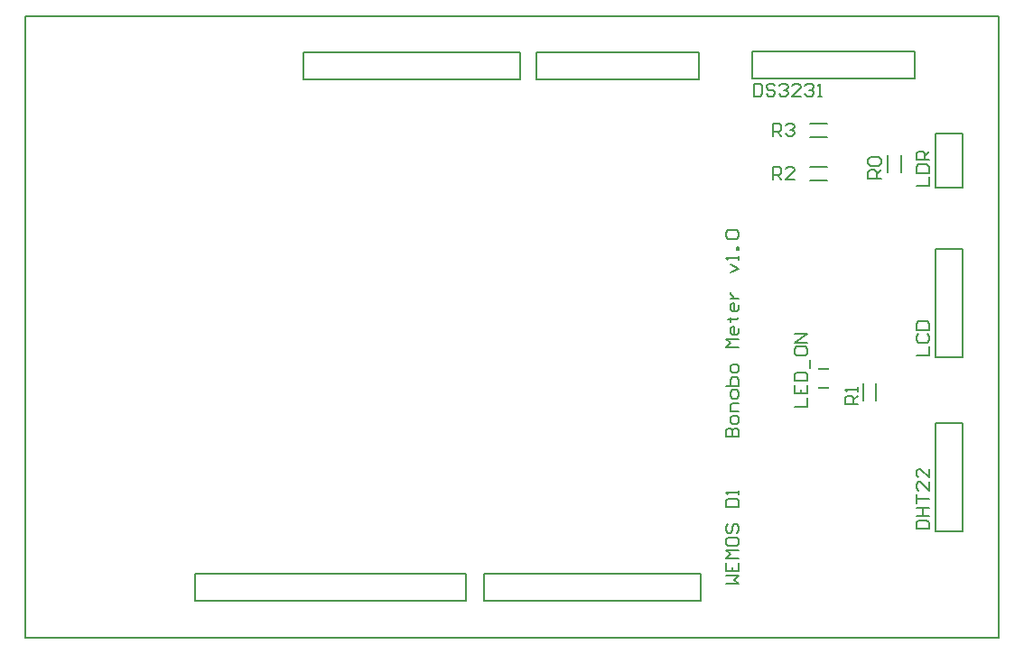
<source format=gto>
G04 Layer_Color=65535*
%FSLAX43Y43*%
%MOMM*%
G71*
G01*
G75*
%ADD15C,0.200*%
%ADD16C,0.127*%
%ADD23R,1.016X0.200*%
D15*
X26104Y54973D02*
X46424D01*
Y52433D02*
Y54973D01*
X26104Y52433D02*
X46424D01*
X26104D02*
Y54973D01*
X43064Y3433D02*
Y5973D01*
Y3433D02*
X63384D01*
Y5973D01*
X43064D02*
X63384D01*
X47924Y54973D02*
X63164D01*
Y52433D02*
Y54973D01*
X47924Y52433D02*
X63164D01*
X47924D02*
Y54973D01*
X15944Y3433D02*
Y5973D01*
Y3433D02*
X41344D01*
Y5973D01*
X15944Y5973D02*
X41344D01*
X85356Y42237D02*
Y47317D01*
X87896D01*
Y42237D02*
Y47317D01*
X85356Y42237D02*
X87896D01*
X85348Y26308D02*
Y36468D01*
X87888D01*
Y26308D02*
Y36468D01*
X85348Y26308D02*
X87888D01*
X68148Y55071D02*
X83388D01*
Y52531D02*
Y55071D01*
X68148Y52531D02*
X83388D01*
X68148D02*
Y55071D01*
X85356Y10017D02*
Y20177D01*
X87896D01*
Y10017D02*
Y20177D01*
X85356Y10017D02*
X87896D01*
X65722Y5039D02*
X66922D01*
X66522Y5439D01*
X66922Y5838D01*
X65722D01*
Y7038D02*
Y6238D01*
X66922D01*
Y7038D01*
X66322Y6238D02*
Y6638D01*
X66922Y7438D02*
X65722D01*
X66122Y7838D01*
X65722Y8238D01*
X66922D01*
X65722Y9237D02*
Y8837D01*
X65922Y8638D01*
X66722D01*
X66922Y8837D01*
Y9237D01*
X66722Y9437D01*
X65922D01*
X65722Y9237D01*
X65922Y10637D02*
X65722Y10437D01*
Y10037D01*
X65922Y9837D01*
X66122D01*
X66322Y10037D01*
Y10437D01*
X66522Y10637D01*
X66722D01*
X66922Y10437D01*
Y10037D01*
X66722Y9837D01*
X65722Y12236D02*
X66922D01*
Y12836D01*
X66722Y13036D01*
X65922D01*
X65722Y12836D01*
Y12236D01*
X66922Y13436D02*
Y13836D01*
Y13636D01*
X65722D01*
X65922Y13436D01*
X78060Y21912D02*
X76861D01*
Y22511D01*
X77061Y22711D01*
X77460D01*
X77660Y22511D01*
Y21912D01*
Y22311D02*
X78060Y22711D01*
Y23111D02*
Y23511D01*
Y23311D01*
X76861D01*
X77061Y23111D01*
X72157Y21705D02*
X73356D01*
Y22505D01*
X72157Y23705D02*
Y22905D01*
X73356D01*
Y23705D01*
X72757Y22905D02*
Y23305D01*
X72157Y24105D02*
X73356D01*
Y24704D01*
X73156Y24904D01*
X72357D01*
X72157Y24704D01*
Y24105D01*
X73556Y25304D02*
Y26104D01*
X72157Y27104D02*
Y26704D01*
X72357Y26504D01*
X73156D01*
X73356Y26704D01*
Y27104D01*
X73156Y27304D01*
X72357D01*
X72157Y27104D01*
X73356Y27703D02*
X72157D01*
X73356Y28503D01*
X72157D01*
X83552Y10231D02*
X84752D01*
Y10830D01*
X84552Y11030D01*
X83752D01*
X83552Y10830D01*
Y10231D01*
Y11430D02*
X84752D01*
X84152D01*
Y12230D01*
X83552D01*
X84752D01*
X83552Y12630D02*
Y13429D01*
Y13030D01*
X84752D01*
Y14629D02*
Y13829D01*
X83952Y14629D01*
X83752D01*
X83552Y14429D01*
Y14029D01*
X83752Y13829D01*
X84752Y15829D02*
Y15029D01*
X83952Y15829D01*
X83752D01*
X83552Y15629D01*
Y15229D01*
X83752Y15029D01*
X68328Y52012D02*
Y50813D01*
X68927D01*
X69127Y51013D01*
Y51812D01*
X68927Y52012D01*
X68328D01*
X70327Y51812D02*
X70127Y52012D01*
X69727D01*
X69527Y51812D01*
Y51612D01*
X69727Y51412D01*
X70127D01*
X70327Y51213D01*
Y51013D01*
X70127Y50813D01*
X69727D01*
X69527Y51013D01*
X70727Y51812D02*
X70927Y52012D01*
X71327D01*
X71527Y51812D01*
Y51612D01*
X71327Y51412D01*
X71127D01*
X71327D01*
X71527Y51213D01*
Y51013D01*
X71327Y50813D01*
X70927D01*
X70727Y51013D01*
X72726Y50813D02*
X71926D01*
X72726Y51612D01*
Y51812D01*
X72526Y52012D01*
X72126D01*
X71926Y51812D01*
X73126D02*
X73326Y52012D01*
X73726D01*
X73926Y51812D01*
Y51612D01*
X73726Y51412D01*
X73526D01*
X73726D01*
X73926Y51213D01*
Y51013D01*
X73726Y50813D01*
X73326D01*
X73126Y51013D01*
X74326Y50813D02*
X74726D01*
X74526D01*
Y52012D01*
X74326Y51812D01*
X83583Y26504D02*
X84783D01*
Y27304D01*
X83783Y28503D02*
X83583Y28303D01*
Y27904D01*
X83783Y27704D01*
X84583D01*
X84783Y27904D01*
Y28303D01*
X84583Y28503D01*
X83583Y28903D02*
X84783D01*
Y29503D01*
X84583Y29703D01*
X83783D01*
X83583Y29503D01*
Y28903D01*
X83552Y42432D02*
X84752D01*
Y43232D01*
X83552Y43631D02*
X84752D01*
Y44231D01*
X84552Y44431D01*
X83752D01*
X83552Y44231D01*
Y43631D01*
X84752Y44831D02*
X83552D01*
Y45431D01*
X83752Y45631D01*
X84152D01*
X84352Y45431D01*
Y44831D01*
Y45231D02*
X84752Y45631D01*
X70126Y47089D02*
Y48288D01*
X70726D01*
X70926Y48088D01*
Y47688D01*
X70726Y47488D01*
X70126D01*
X70526D02*
X70926Y47089D01*
X71326Y48088D02*
X71526Y48288D01*
X71926D01*
X72126Y48088D01*
Y47888D01*
X71926Y47688D01*
X71726D01*
X71926D01*
X72126Y47488D01*
Y47288D01*
X71926Y47089D01*
X71526D01*
X71326Y47288D01*
X70126Y43025D02*
Y44224D01*
X70726D01*
X70926Y44025D01*
Y43625D01*
X70726Y43425D01*
X70126D01*
X70526D02*
X70926Y43025D01*
X72126D02*
X71326D01*
X72126Y43825D01*
Y44025D01*
X71926Y44224D01*
X71526D01*
X71326Y44025D01*
X80244Y43109D02*
X79045D01*
Y43709D01*
X79245Y43909D01*
X79645D01*
X79845Y43709D01*
Y43109D01*
Y43509D02*
X80244Y43909D01*
X79245Y44309D02*
X79045Y44509D01*
Y44909D01*
X79245Y45109D01*
X80045D01*
X80244Y44909D01*
Y44509D01*
X80045Y44309D01*
X79245D01*
X65722Y18851D02*
X66922D01*
Y19451D01*
X66722Y19651D01*
X66522D01*
X66322Y19451D01*
Y18851D01*
Y19451D01*
X66122Y19651D01*
X65922D01*
X65722Y19451D01*
Y18851D01*
X66922Y20251D02*
Y20651D01*
X66722Y20851D01*
X66322D01*
X66122Y20651D01*
Y20251D01*
X66322Y20051D01*
X66722D01*
X66922Y20251D01*
Y21251D02*
X66122D01*
Y21851D01*
X66322Y22050D01*
X66922D01*
Y22650D02*
Y23050D01*
X66722Y23250D01*
X66322D01*
X66122Y23050D01*
Y22650D01*
X66322Y22450D01*
X66722D01*
X66922Y22650D01*
X65722Y23650D02*
X66922D01*
Y24250D01*
X66722Y24450D01*
X66522D01*
X66322D01*
X66122Y24250D01*
Y23650D01*
X66922Y25049D02*
Y25449D01*
X66722Y25649D01*
X66322D01*
X66122Y25449D01*
Y25049D01*
X66322Y24850D01*
X66722D01*
X66922Y25049D01*
Y27249D02*
X65722D01*
X66122Y27649D01*
X65722Y28049D01*
X66922D01*
Y29048D02*
Y28648D01*
X66722Y28448D01*
X66322D01*
X66122Y28648D01*
Y29048D01*
X66322Y29248D01*
X66522D01*
Y28448D01*
X65922Y29848D02*
X66122D01*
Y29648D01*
Y30048D01*
Y29848D01*
X66722D01*
X66922Y30048D01*
Y31247D02*
Y30848D01*
X66722Y30648D01*
X66322D01*
X66122Y30848D01*
Y31247D01*
X66322Y31447D01*
X66522D01*
Y30648D01*
X66122Y31847D02*
X66922D01*
X66522D01*
X66322Y32047D01*
X66122Y32247D01*
Y32447D01*
Y34246D02*
X66922Y34646D01*
X66122Y35046D01*
X66922Y35446D02*
Y35846D01*
Y35646D01*
X65722D01*
X65922Y35446D01*
X66922Y36446D02*
X66722D01*
Y36646D01*
X66922D01*
Y36446D01*
X65922Y37445D02*
X65722Y37645D01*
Y38045D01*
X65922Y38245D01*
X66722D01*
X66922Y38045D01*
Y37645D01*
X66722Y37445D01*
X65922D01*
D16*
X73603Y42945D02*
X75203D01*
X73603Y44165D02*
X75203D01*
X73603Y47030D02*
X75203D01*
X73603Y48250D02*
X75203D01*
X82129Y43704D02*
Y45304D01*
X80910Y43704D02*
Y45304D01*
X79778Y22277D02*
Y23877D01*
X78558Y22277D02*
Y23877D01*
X0Y-0D02*
Y58351D01*
X91322D01*
Y-0D02*
Y58351D01*
X0Y-0D02*
X91322D01*
D23*
X74828Y23473D02*
D03*
Y25251D02*
D03*
M02*

</source>
